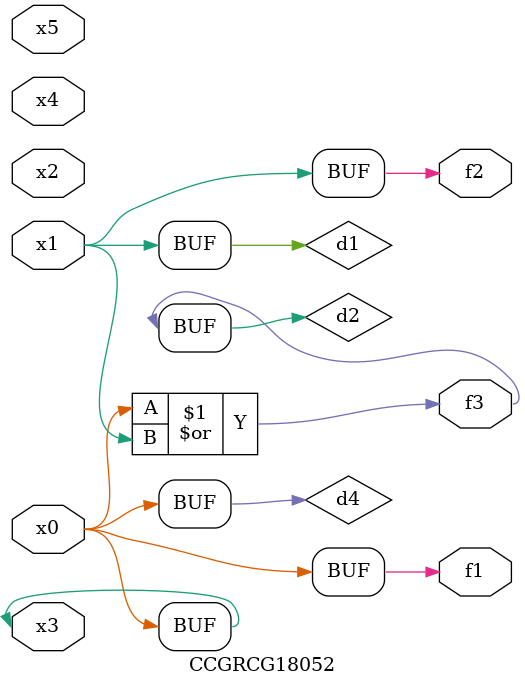
<source format=v>
module CCGRCG18052(
	input x0, x1, x2, x3, x4, x5,
	output f1, f2, f3
);

	wire d1, d2, d3, d4;

	and (d1, x1);
	or (d2, x0, x1);
	nand (d3, x0, x5);
	buf (d4, x0, x3);
	assign f1 = d4;
	assign f2 = d1;
	assign f3 = d2;
endmodule

</source>
